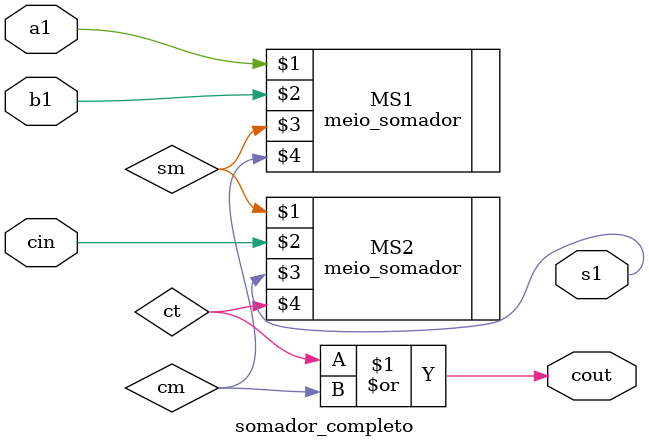
<source format=v>
module somador_completo(a1, b1, cin, cout,s1);

	input a1,b1, cin;
	output cout, s1;
	
	wire sm,cm, ct;
	
	meio_somador MS1(a1, b1,sm, cm), MS2(sm , cin, s1, ct);
	
	assign cout = ct | cm;
	
	
endmodule 
</source>
